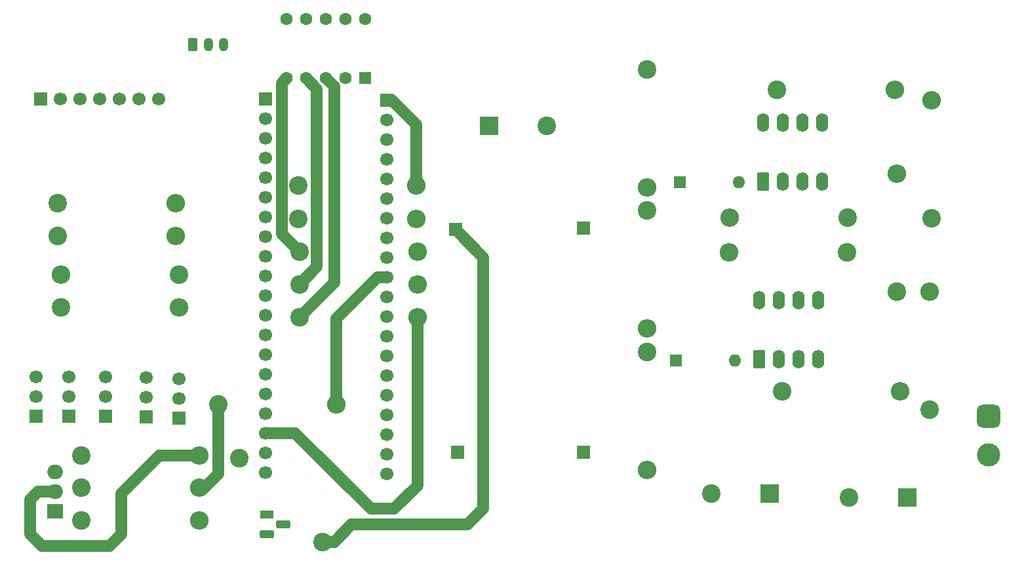
<source format=gbr>
%TF.GenerationSoftware,KiCad,Pcbnew,9.0.3*%
%TF.CreationDate,2025-08-24T00:43:16+05:30*%
%TF.ProjectId,single-layer-modules,73696e67-6c65-42d6-9c61-7965722d6d6f,rev?*%
%TF.SameCoordinates,Original*%
%TF.FileFunction,Copper,L1,Top*%
%TF.FilePolarity,Positive*%
%FSLAX46Y46*%
G04 Gerber Fmt 4.6, Leading zero omitted, Abs format (unit mm)*
G04 Created by KiCad (PCBNEW 9.0.3) date 2025-08-24 00:43:17*
%MOMM*%
%LPD*%
G01*
G04 APERTURE LIST*
G04 Aperture macros list*
%AMRoundRect*
0 Rectangle with rounded corners*
0 $1 Rounding radius*
0 $2 $3 $4 $5 $6 $7 $8 $9 X,Y pos of 4 corners*
0 Add a 4 corners polygon primitive as box body*
4,1,4,$2,$3,$4,$5,$6,$7,$8,$9,$2,$3,0*
0 Add four circle primitives for the rounded corners*
1,1,$1+$1,$2,$3*
1,1,$1+$1,$4,$5*
1,1,$1+$1,$6,$7*
1,1,$1+$1,$8,$9*
0 Add four rect primitives between the rounded corners*
20,1,$1+$1,$2,$3,$4,$5,0*
20,1,$1+$1,$4,$5,$6,$7,0*
20,1,$1+$1,$6,$7,$8,$9,0*
20,1,$1+$1,$8,$9,$2,$3,0*%
%AMHorizOval*
0 Thick line with rounded ends*
0 $1 width*
0 $2 $3 position (X,Y) of the first rounded end (center of the circle)*
0 $4 $5 position (X,Y) of the second rounded end (center of the circle)*
0 Add line between two ends*
20,1,$1,$2,$3,$4,$5,0*
0 Add two circle primitives to create the rounded ends*
1,1,$1,$2,$3*
1,1,$1,$4,$5*%
G04 Aperture macros list end*
%TA.AperFunction,ComponentPad*%
%ADD10C,2.400000*%
%TD*%
%TA.AperFunction,ComponentPad*%
%ADD11HorizOval,2.400000X0.000000X0.000000X0.000000X0.000000X0*%
%TD*%
%TA.AperFunction,ComponentPad*%
%ADD12O,2.400000X2.400000*%
%TD*%
%TA.AperFunction,ComponentPad*%
%ADD13RoundRect,0.250000X-0.350000X-0.625000X0.350000X-0.625000X0.350000X0.625000X-0.350000X0.625000X0*%
%TD*%
%TA.AperFunction,ComponentPad*%
%ADD14O,1.200000X1.750000*%
%TD*%
%TA.AperFunction,ComponentPad*%
%ADD15R,2.400000X2.400000*%
%TD*%
%TA.AperFunction,ComponentPad*%
%ADD16C,1.600000*%
%TD*%
%TA.AperFunction,ComponentPad*%
%ADD17RoundRect,0.250000X0.550000X-0.550000X0.550000X0.550000X-0.550000X0.550000X-0.550000X-0.550000X0*%
%TD*%
%TA.AperFunction,ComponentPad*%
%ADD18R,2.000000X1.905000*%
%TD*%
%TA.AperFunction,ComponentPad*%
%ADD19O,2.000000X1.905000*%
%TD*%
%TA.AperFunction,ComponentPad*%
%ADD20C,1.700000*%
%TD*%
%TA.AperFunction,ComponentPad*%
%ADD21R,1.700000X1.700000*%
%TD*%
%TA.AperFunction,ComponentPad*%
%ADD22O,1.600000X1.600000*%
%TD*%
%TA.AperFunction,ComponentPad*%
%ADD23R,1.600000X1.600000*%
%TD*%
%TA.AperFunction,ComponentPad*%
%ADD24O,1.600000X2.400000*%
%TD*%
%TA.AperFunction,ComponentPad*%
%ADD25RoundRect,0.250000X0.550000X-0.950000X0.550000X0.950000X-0.550000X0.950000X-0.550000X-0.950000X0*%
%TD*%
%TA.AperFunction,ComponentPad*%
%ADD26C,3.000000*%
%TD*%
%TA.AperFunction,ComponentPad*%
%ADD27RoundRect,0.750000X-0.750000X0.750000X-0.750000X-0.750000X0.750000X-0.750000X0.750000X0.750000X0*%
%TD*%
%TA.AperFunction,ComponentPad*%
%ADD28R,1.800000X1.100000*%
%TD*%
%TA.AperFunction,ComponentPad*%
%ADD29RoundRect,0.275000X-0.625000X0.275000X-0.625000X-0.275000X0.625000X-0.275000X0.625000X0.275000X0*%
%TD*%
%TA.AperFunction,Conductor*%
%ADD30C,1.500000*%
%TD*%
G04 APERTURE END LIST*
D10*
%TO.P,R24,1*%
%TO.N,+5V*%
X118740000Y-104250000D03*
D11*
%TO.P,R24,2*%
X107963693Y-93473693D03*
%TD*%
D10*
%TO.P,R23,1*%
%TO.N,Net-(R23-Pad1)*%
X105260000Y-86500000D03*
D12*
%TO.P,R23,2*%
%TO.N,PB_3*%
X120500000Y-86500000D03*
%TD*%
D13*
%TO.P,JP1,1,A*%
%TO.N,VCC_5V*%
X102000000Y-40000000D03*
D14*
%TO.P,JP1,2,C*%
%TO.N,SIM800L*%
X104000000Y-40000000D03*
%TO.P,JP1,3,B*%
%TO.N,+3.3V*%
X106000000Y-40000000D03*
%TD*%
D12*
%TO.P,R2,2*%
%TO.N,+3.3V*%
X130870000Y-58250000D03*
D10*
%TO.P,R2,1*%
%TO.N,PB_12*%
X115630000Y-58250000D03*
%TD*%
D12*
%TO.P,R3,2*%
%TO.N,+3.3V*%
X130990000Y-75250000D03*
D10*
%TO.P,R3,1*%
%TO.N,PC_15*%
X115750000Y-75250000D03*
%TD*%
D15*
%TO.P,C1,1*%
%TO.N,+5V*%
X140250000Y-50500000D03*
D10*
%TO.P,C1,2*%
%TO.N,GND*%
X147750000Y-50500000D03*
%TD*%
D12*
%TO.P,R1,2*%
%TO.N,+3.3V*%
X130870000Y-62500000D03*
D10*
%TO.P,R1,1*%
%TO.N,PB_13*%
X115630000Y-62500000D03*
%TD*%
D12*
%TO.P,R4,2*%
%TO.N,+3.3V*%
X130990000Y-71000000D03*
D10*
%TO.P,R4,1*%
%TO.N,PC_14*%
X115750000Y-71000000D03*
%TD*%
D12*
%TO.P,R5,2*%
%TO.N,+3.3V*%
X130990000Y-66750000D03*
D10*
%TO.P,R5,1*%
%TO.N,PC_13*%
X115750000Y-66750000D03*
%TD*%
D12*
%TO.P,R8,2*%
%TO.N,Net-(Q2-C)*%
X102870000Y-101500000D03*
D10*
%TO.P,R8,1*%
%TO.N,Net-(Q1-G)*%
X87630000Y-101500000D03*
%TD*%
D12*
%TO.P,R7,2*%
%TO.N,Net-(R23-Pad1)*%
X102870000Y-97250000D03*
D10*
%TO.P,R7,1*%
%TO.N,Net-(Q2-B)*%
X87630000Y-97250000D03*
%TD*%
%TO.P,R6,1*%
%TO.N,Net-(Q2-C)*%
X87630000Y-93100000D03*
D12*
%TO.P,R6,2*%
%TO.N,+5V*%
X102870000Y-93100000D03*
%TD*%
D16*
%TO.P,SW1,10*%
%TO.N,GND*%
X124250000Y-36750000D03*
%TO.P,SW1,9*%
X121710000Y-36750000D03*
%TO.P,SW1,8*%
X119170000Y-36750000D03*
%TO.P,SW1,7*%
X116630000Y-36750000D03*
%TO.P,SW1,6*%
X114090000Y-36750000D03*
%TO.P,SW1,5*%
%TO.N,PC_13*%
X114090000Y-44370000D03*
%TO.P,SW1,4*%
%TO.N,PC_14*%
X116630000Y-44370000D03*
%TO.P,SW1,3*%
%TO.N,PC_15*%
X119170000Y-44370000D03*
%TO.P,SW1,2*%
%TO.N,PB_12*%
X121710000Y-44370000D03*
D17*
%TO.P,SW1,1*%
%TO.N,PB_13*%
X124250000Y-44370000D03*
%TD*%
D18*
%TO.P,Q1,1,G*%
%TO.N,Net-(Q1-G)*%
X84195000Y-100290000D03*
D19*
%TO.P,Q1,2,D*%
%TO.N,+5V*%
X84195000Y-97750000D03*
%TO.P,Q1,3,S*%
%TO.N,VCC_5V*%
X84195000Y-95210000D03*
%TD*%
D20*
%TO.P,J3,7,Pin_7*%
%TO.N,unconnected-(J3-Pin_7-Pad7)*%
X97620000Y-47000000D03*
%TO.P,J3,6,Pin_6*%
%TO.N,GND*%
X95080000Y-47000000D03*
%TO.P,J3,5,Pin_5*%
%TO.N,Net-(J3-Pin_5)*%
X92540000Y-47000000D03*
%TO.P,J3,4,Pin_4*%
%TO.N,Net-(J3-Pin_4)*%
X90000000Y-47000000D03*
%TO.P,J3,3,Pin_3*%
%TO.N,SIM800L*%
X87460000Y-47000000D03*
%TO.P,J3,2,Pin_2*%
%TO.N,GND*%
X84920000Y-47000000D03*
D21*
%TO.P,J3,1,Pin_1*%
%TO.N,VCC_5V*%
X82380000Y-47000000D03*
%TD*%
D12*
%TO.P,R21,2*%
%TO.N,PA_2*%
X99750000Y-60500000D03*
D10*
%TO.P,R21,1*%
%TO.N,Net-(J3-Pin_4)*%
X84510000Y-60500000D03*
%TD*%
D12*
%TO.P,R22,2*%
%TO.N,PA_3*%
X99750000Y-64750000D03*
D10*
%TO.P,R22,1*%
%TO.N,Net-(J3-Pin_5)*%
X84510000Y-64750000D03*
%TD*%
D22*
%TO.P,D2,2,A*%
%TO.N,Net-(D2-A)*%
X172500000Y-57819466D03*
D23*
%TO.P,D2,1,K*%
%TO.N,Net-(D2-K)*%
X164880000Y-57819466D03*
%TD*%
D10*
%TO.P,C2,2*%
%TO.N,Net-(C2-Pad2)*%
X186750000Y-98500000D03*
D15*
%TO.P,C2,1*%
%TO.N,SOLAR_REG_IN*%
X194250000Y-98500000D03*
%TD*%
D10*
%TO.P,C3,2*%
%TO.N,GND*%
X169000000Y-98000000D03*
D15*
%TO.P,C3,1*%
%TO.N,Net-(C2-Pad2)*%
X176500000Y-98000000D03*
%TD*%
D22*
%TO.P,D1,2,A*%
%TO.N,Net-(D1-A)*%
X172000000Y-80819466D03*
D23*
%TO.P,D1,1,K*%
%TO.N,Net-(D1-K)*%
X164380000Y-80819466D03*
%TD*%
D12*
%TO.P,R12,2*%
%TO.N,Net-(R12-Pad2)*%
X171220000Y-66879466D03*
D10*
%TO.P,R12,1*%
%TO.N,Net-(U1A-+)*%
X186460000Y-66879466D03*
%TD*%
D12*
%TO.P,R16,2*%
%TO.N,Net-(R15-Pad2)*%
X192940000Y-56699466D03*
D10*
%TO.P,R16,1*%
%TO.N,Net-(R13-Pad2)*%
X192940000Y-71939466D03*
%TD*%
D12*
%TO.P,R13,2*%
%TO.N,Net-(R13-Pad2)*%
X193310000Y-84819466D03*
D10*
%TO.P,R13,1*%
%TO.N,Net-(U1A--)*%
X178070000Y-84819466D03*
%TD*%
%TO.P,R14,1*%
%TO.N,Net-(U2A--)*%
X186580000Y-62379466D03*
D12*
%TO.P,R14,2*%
%TO.N,Net-(R12-Pad2)*%
X171340000Y-62379466D03*
%TD*%
%TO.P,R11,2*%
%TO.N,Net-(D2-K)*%
X160690000Y-58439466D03*
D10*
%TO.P,R11,1*%
%TO.N,GND*%
X160690000Y-43199466D03*
%TD*%
D12*
%TO.P,R10,2*%
%TO.N,Net-(D1-K)*%
X160690000Y-76689466D03*
D10*
%TO.P,R10,1*%
%TO.N,Net-(D2-K)*%
X160690000Y-61449466D03*
%TD*%
D12*
%TO.P,R15,2*%
%TO.N,Net-(R15-Pad2)*%
X192680000Y-45819466D03*
D10*
%TO.P,R15,1*%
%TO.N,Net-(U2A-+)*%
X177440000Y-45819466D03*
%TD*%
D24*
%TO.P,U1,8,V+*%
%TO.N,SOLAR_REG_IN*%
X175130000Y-73009466D03*
%TO.P,U1,7*%
%TO.N,unconnected-(U1-Pad7)*%
X177670000Y-73009466D03*
%TO.P,U1,6,-*%
%TO.N,unconnected-(U1B---Pad6)*%
X180210000Y-73009466D03*
%TO.P,U1,5,+*%
%TO.N,unconnected-(U1B-+-Pad5)*%
X182750000Y-73009466D03*
%TO.P,U1,4,V-*%
%TO.N,Net-(U1C-V-)*%
X182750000Y-80629466D03*
%TO.P,U1,3,+*%
%TO.N,Net-(U1A-+)*%
X180210000Y-80629466D03*
%TO.P,U1,2,-*%
%TO.N,Net-(U1A--)*%
X177670000Y-80629466D03*
D25*
%TO.P,U1,1*%
%TO.N,Net-(D1-A)*%
X175130000Y-80629466D03*
%TD*%
D12*
%TO.P,R18,2*%
%TO.N,GND*%
X197440000Y-47199466D03*
D10*
%TO.P,R18,1*%
%TO.N,Net-(R15-Pad2)*%
X197440000Y-62439466D03*
%TD*%
D12*
%TO.P,R17,2*%
%TO.N,Net-(R13-Pad2)*%
X197190000Y-71949466D03*
D10*
%TO.P,R17,1*%
%TO.N,SOLAR_REG_IN*%
X197190000Y-87189466D03*
%TD*%
D24*
%TO.P,U2,8,V+*%
%TO.N,Net-(U1C-V-)*%
X175650000Y-50069466D03*
%TO.P,U2,7*%
%TO.N,N/C*%
X178190000Y-50069466D03*
%TO.P,U2,6*%
X180730000Y-50069466D03*
%TO.P,U2,5*%
X183270000Y-50069466D03*
%TO.P,U2,4,V-*%
%TO.N,GND*%
X183270000Y-57689466D03*
%TO.P,U2,3,+*%
%TO.N,Net-(U2A-+)*%
X180730000Y-57689466D03*
%TO.P,U2,2,-*%
%TO.N,Net-(U2A--)*%
X178190000Y-57689466D03*
D25*
%TO.P,U2,1*%
%TO.N,Net-(D2-A)*%
X175650000Y-57689466D03*
%TD*%
D26*
%TO.P,J12,2,Pin_2*%
%TO.N,GND*%
X204750000Y-93000000D03*
D27*
%TO.P,J12,1,Pin_1*%
%TO.N,SOLAR_REG_IN*%
X204750000Y-88000000D03*
%TD*%
D10*
%TO.P,R20,1*%
%TO.N,GND*%
X85010000Y-74000000D03*
D12*
%TO.P,R20,2*%
%TO.N,PA_6*%
X100250000Y-74000000D03*
%TD*%
D10*
%TO.P,R19,1*%
%TO.N,PA_6*%
X100250000Y-69750000D03*
D12*
%TO.P,R19,2*%
%TO.N,SOLAR_REG_IN*%
X85010000Y-69750000D03*
%TD*%
D10*
%TO.P,R9,1*%
%TO.N,Net-(D1-K)*%
X160690000Y-79699466D03*
D12*
%TO.P,R9,2*%
%TO.N,VCC_IN*%
X160690000Y-94939466D03*
%TD*%
D21*
%TO.P,J11,1,Pin_1*%
%TO.N,GND*%
X152440000Y-63680000D03*
%TD*%
%TO.P,J10,1,Pin_1*%
%TO.N,+5V*%
X135940000Y-63930000D03*
%TD*%
%TO.P,J9,1,Pin_1*%
%TO.N,GND*%
X152440000Y-92680000D03*
%TD*%
%TO.P,J8,1,Pin_1*%
%TO.N,VCC_IN*%
X136190000Y-92680000D03*
%TD*%
%TO.P,J1,1,Pin_1*%
%TO.N,+3.3V*%
X127040000Y-47240000D03*
D20*
%TO.P,J1,2,Pin_2*%
%TO.N,GND*%
X127040000Y-49780000D03*
%TO.P,J1,3,Pin_3*%
%TO.N,+5V*%
X127040000Y-52320000D03*
%TO.P,J1,4,Pin_4*%
%TO.N,PB_9*%
X127040000Y-54860000D03*
%TO.P,J1,5,Pin_5*%
%TO.N,PB_8*%
X127040000Y-57400000D03*
%TO.P,J1,6,Pin_6*%
%TO.N,PB_7*%
X127040000Y-59940000D03*
%TO.P,J1,7,Pin_7*%
%TO.N,PB_6*%
X127040000Y-62480000D03*
%TO.P,J1,8,Pin_8*%
%TO.N,PB_5*%
X127040000Y-65020000D03*
%TO.P,J1,9,Pin_9*%
%TO.N,PB_4*%
X127040000Y-67560000D03*
%TO.P,J1,10,Pin_10*%
%TO.N,PB_3*%
X127040000Y-70100000D03*
%TO.P,J1,11,Pin_11*%
%TO.N,PA_15*%
X127040000Y-72640000D03*
%TO.P,J1,12,Pin_12*%
%TO.N,PA_12*%
X127040000Y-75180000D03*
%TO.P,J1,13,Pin_13*%
%TO.N,PA_11*%
X127040000Y-77720000D03*
%TO.P,J1,14,Pin_14*%
%TO.N,PA_10*%
X127040000Y-80260000D03*
%TO.P,J1,15,Pin_15*%
%TO.N,PA_9*%
X127040000Y-82800000D03*
%TO.P,J1,16,Pin_16*%
%TO.N,PA_8*%
X127040000Y-85340000D03*
%TO.P,J1,17,Pin_17*%
%TO.N,PB_15*%
X127040000Y-87880000D03*
%TO.P,J1,18,Pin_18*%
%TO.N,PB_14*%
X127040000Y-90420000D03*
%TO.P,J1,19,Pin_19*%
%TO.N,PB_13*%
X127040000Y-92960000D03*
%TO.P,J1,20,Pin_20*%
%TO.N,PB_12*%
X127040000Y-95500000D03*
%TD*%
D21*
%TO.P,J7,1,Pin_1*%
%TO.N,VCC_5V*%
X90750000Y-88040000D03*
D20*
%TO.P,J7,2,Pin_2*%
%TO.N,PA_4*%
X90750000Y-85500000D03*
%TO.P,J7,3,Pin_3*%
%TO.N,GND*%
X90750000Y-82960000D03*
%TD*%
D21*
%TO.P,J5,1,Pin_1*%
%TO.N,VCC_5V*%
X100225000Y-88275000D03*
D20*
%TO.P,J5,2,Pin_2*%
%TO.N,PB_1*%
X100225000Y-85735000D03*
%TO.P,J5,3,Pin_3*%
%TO.N,GND*%
X100225000Y-83195000D03*
%TD*%
D21*
%TO.P,J4,1,Pin_1*%
%TO.N,VCC_5V*%
X96000000Y-88080000D03*
D20*
%TO.P,J4,2,Pin_2*%
%TO.N,PB_0*%
X96000000Y-85540000D03*
%TO.P,J4,3,Pin_3*%
%TO.N,GND*%
X96000000Y-83000000D03*
%TD*%
D21*
%TO.P,J8,1,Pin_1*%
%TO.N,VCC_5V*%
X81775000Y-88025000D03*
D20*
%TO.P,J8,2,Pin_2*%
%TO.N,unconnected-(J8-Pin_2-Pad2)*%
X81775000Y-85485000D03*
%TO.P,J8,3,Pin_3*%
%TO.N,GND*%
X81775000Y-82945000D03*
%TD*%
D28*
%TO.P,Q2,1,E*%
%TO.N,GND*%
X111600000Y-100750000D03*
D29*
%TO.P,Q2,2,B*%
%TO.N,Net-(Q2-B)*%
X113670000Y-102020000D03*
%TO.P,Q2,3,C*%
%TO.N,Net-(Q2-C)*%
X111600000Y-103290000D03*
%TD*%
D21*
%TO.P,J6,1,Pin_1*%
%TO.N,VCC_5V*%
X85975000Y-88025000D03*
D20*
%TO.P,J6,2,Pin_2*%
%TO.N,PA_1*%
X85975000Y-85485000D03*
%TO.P,J6,3,Pin_3*%
%TO.N,GND*%
X85975000Y-82945000D03*
%TD*%
D21*
%TO.P,J2,1,Pin_1*%
%TO.N,VCC_RTC*%
X111380000Y-47030000D03*
D20*
%TO.P,J2,2,Pin_2*%
%TO.N,PC_13*%
X111380000Y-49570000D03*
%TO.P,J2,3,Pin_3*%
%TO.N,PC_14*%
X111380000Y-52110000D03*
%TO.P,J2,4,Pin_4*%
%TO.N,PC_15*%
X111380000Y-54650000D03*
%TO.P,J2,5,Pin_5*%
%TO.N,PA_0*%
X111380000Y-57190000D03*
%TO.P,J2,6,Pin_6*%
%TO.N,PA_1*%
X111380000Y-59730000D03*
%TO.P,J2,7,Pin_7*%
%TO.N,PA_2*%
X111380000Y-62270000D03*
%TO.P,J2,8,Pin_8*%
%TO.N,PA_3*%
X111380000Y-64810000D03*
%TO.P,J2,9,Pin_9*%
%TO.N,PA_4*%
X111380000Y-67350000D03*
%TO.P,J2,10,Pin_10*%
%TO.N,PA_5*%
X111380000Y-69890000D03*
%TO.P,J2,11,Pin_11*%
%TO.N,PA_6*%
X111380000Y-72430000D03*
%TO.P,J2,12,Pin_12*%
%TO.N,PA_7*%
X111380000Y-74970000D03*
%TO.P,J2,13,Pin_13*%
%TO.N,PB_0*%
X111380000Y-77510000D03*
%TO.P,J2,14,Pin_14*%
%TO.N,PB_1*%
X111380000Y-80050000D03*
%TO.P,J2,15,Pin_15*%
%TO.N,PB_10*%
X111380000Y-82590000D03*
%TO.P,J2,16,Pin_16*%
%TO.N,PB_11*%
X111380000Y-85130000D03*
%TO.P,J2,17,Pin_17*%
%TO.N,RESET*%
X111380000Y-87670000D03*
%TO.P,J2,18,Pin_18*%
%TO.N,+3.3V*%
X111380000Y-90210000D03*
%TO.P,J2,19,Pin_19*%
%TO.N,GND*%
X111380000Y-92750000D03*
%TO.P,J2,20,Pin_20*%
X111380000Y-95290000D03*
%TD*%
D30*
%TO.N,+5V*%
X82000000Y-97750000D02*
X84195000Y-97750000D01*
X81000000Y-98750000D02*
X82000000Y-97750000D01*
X81000000Y-103250000D02*
X81000000Y-98750000D01*
X82500000Y-104750000D02*
X81000000Y-103250000D01*
X91250000Y-104750000D02*
X82500000Y-104750000D01*
X92750000Y-103250000D02*
X91250000Y-104750000D01*
X92750000Y-98000000D02*
X92750000Y-103250000D01*
X97650000Y-93100000D02*
X92750000Y-98000000D01*
X102870000Y-93100000D02*
X97650000Y-93100000D01*
X120250000Y-104250000D02*
X118750000Y-104250000D01*
X137500000Y-102000000D02*
X122500000Y-102000000D01*
X139500000Y-100000000D02*
X137500000Y-102000000D01*
X122500000Y-102000000D02*
X120250000Y-104250000D01*
X139500000Y-67490000D02*
X139500000Y-100000000D01*
X135940000Y-63930000D02*
X139500000Y-67490000D01*
%TO.N,Net-(R23-Pad1)*%
X105260000Y-95490000D02*
X105260000Y-86500000D01*
X103500000Y-97250000D02*
X105260000Y-95490000D01*
X102870000Y-97250000D02*
X103500000Y-97250000D01*
%TO.N,PB_3*%
X120500000Y-75437919D02*
X120500000Y-86500000D01*
X125837919Y-70100000D02*
X120500000Y-75437919D01*
X127040000Y-70100000D02*
X125837919Y-70100000D01*
%TO.N,+3.3V*%
X130990000Y-97010000D02*
X130990000Y-75250000D01*
X125000000Y-100000000D02*
X128000000Y-100000000D01*
X128000000Y-100000000D02*
X130990000Y-97010000D01*
X115210000Y-90210000D02*
X125000000Y-100000000D01*
X111380000Y-90210000D02*
X115210000Y-90210000D01*
X127740000Y-47240000D02*
X127040000Y-47240000D01*
X130870000Y-58250000D02*
X130870000Y-50370000D01*
X130870000Y-50370000D02*
X127740000Y-47240000D01*
%TO.N,PC_15*%
X115750000Y-75250000D02*
X120250000Y-70750000D01*
X120250000Y-70750000D02*
X120250000Y-45450000D01*
X120250000Y-45450000D02*
X119170000Y-44370000D01*
%TO.N,PC_14*%
X118000000Y-45740000D02*
X116630000Y-44370000D01*
X118000000Y-68750000D02*
X118000000Y-45740000D01*
X115750000Y-71000000D02*
X118000000Y-68750000D01*
%TO.N,PC_13*%
X113479000Y-44981000D02*
X114090000Y-44370000D01*
X113479000Y-64479000D02*
X113479000Y-44981000D01*
X115750000Y-66750000D02*
X113479000Y-64479000D01*
%TD*%
M02*

</source>
